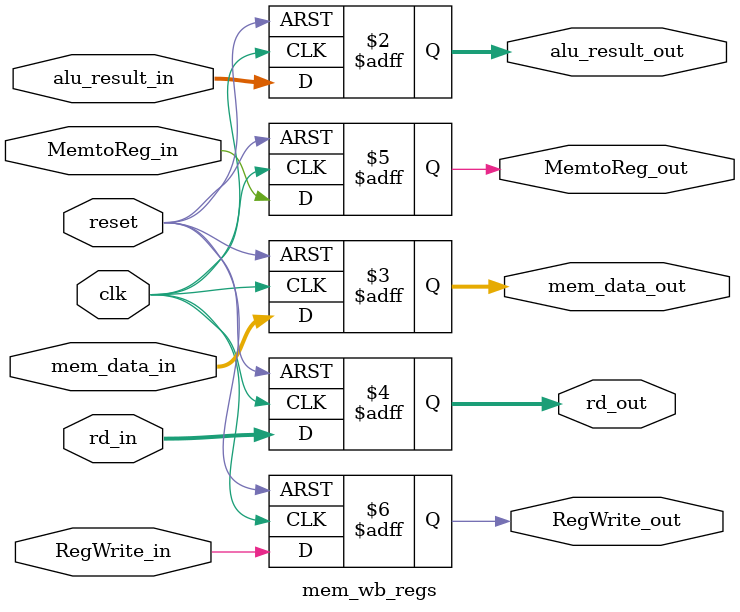
<source format=v>
module mem_wb_regs(
    input clk, reset,
    input [31:0] alu_result_in, mem_data_in,
    input [4:0] rd_in,
    input MemtoReg_in, RegWrite_in,
    output reg [31:0] alu_result_out, mem_data_out,
    output reg [4:0] rd_out,
    output reg MemtoReg_out, RegWrite_out
);
    always @(posedge clk or posedge reset) begin
        if (reset) begin
            alu_result_out <= 0; mem_data_out <= 0; rd_out <= 0;
            MemtoReg_out <= 0; RegWrite_out <= 0;
        end else begin
            alu_result_out <= alu_result_in;
            mem_data_out <= mem_data_in;
            rd_out <= rd_in;
            MemtoReg_out <= MemtoReg_in;
            RegWrite_out <= RegWrite_in;
        end
    end
endmodule

</source>
